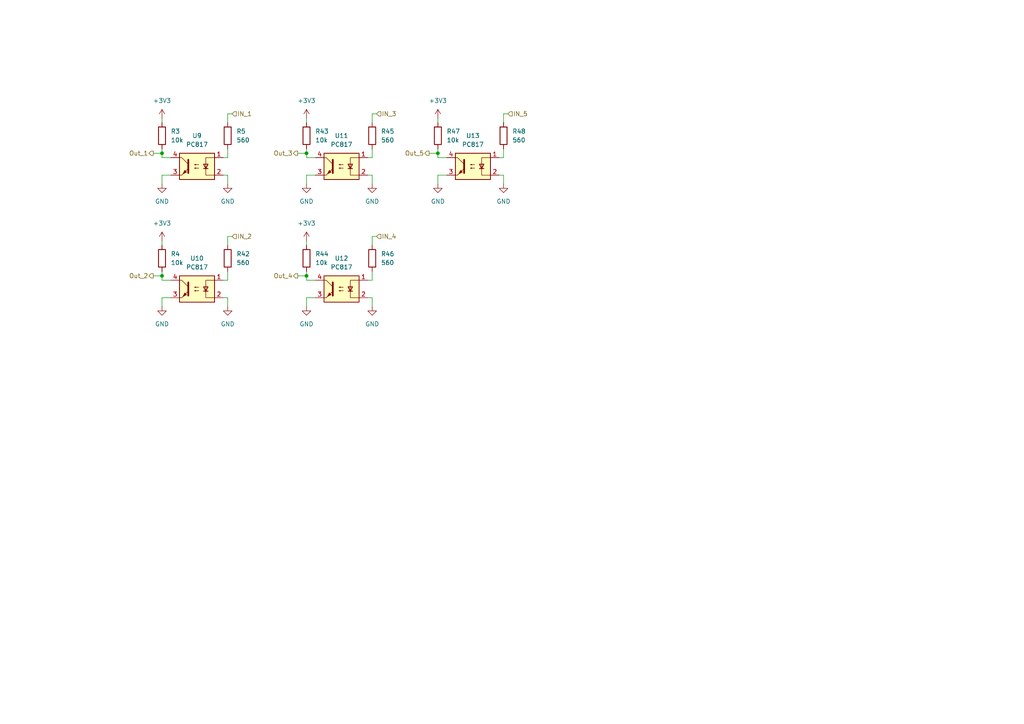
<source format=kicad_sch>
(kicad_sch (version 20211123) (generator eeschema)

  (uuid 9ea007c2-c437-435e-9885-2faf9bbb41db)

  (paper "A4")

  (lib_symbols
    (symbol "Device:R" (pin_numbers hide) (pin_names (offset 0)) (in_bom yes) (on_board yes)
      (property "Reference" "R" (id 0) (at 2.032 0 90)
        (effects (font (size 1.27 1.27)))
      )
      (property "Value" "R" (id 1) (at 0 0 90)
        (effects (font (size 1.27 1.27)))
      )
      (property "Footprint" "" (id 2) (at -1.778 0 90)
        (effects (font (size 1.27 1.27)) hide)
      )
      (property "Datasheet" "~" (id 3) (at 0 0 0)
        (effects (font (size 1.27 1.27)) hide)
      )
      (property "ki_keywords" "R res resistor" (id 4) (at 0 0 0)
        (effects (font (size 1.27 1.27)) hide)
      )
      (property "ki_description" "Resistor" (id 5) (at 0 0 0)
        (effects (font (size 1.27 1.27)) hide)
      )
      (property "ki_fp_filters" "R_*" (id 6) (at 0 0 0)
        (effects (font (size 1.27 1.27)) hide)
      )
      (symbol "R_0_1"
        (rectangle (start -1.016 -2.54) (end 1.016 2.54)
          (stroke (width 0.254) (type default) (color 0 0 0 0))
          (fill (type none))
        )
      )
      (symbol "R_1_1"
        (pin passive line (at 0 3.81 270) (length 1.27)
          (name "~" (effects (font (size 1.27 1.27))))
          (number "1" (effects (font (size 1.27 1.27))))
        )
        (pin passive line (at 0 -3.81 90) (length 1.27)
          (name "~" (effects (font (size 1.27 1.27))))
          (number "2" (effects (font (size 1.27 1.27))))
        )
      )
    )
    (symbol "Isolator:PC817" (pin_names (offset 1.016)) (in_bom yes) (on_board yes)
      (property "Reference" "U" (id 0) (at -5.08 5.08 0)
        (effects (font (size 1.27 1.27)) (justify left))
      )
      (property "Value" "PC817" (id 1) (at 0 5.08 0)
        (effects (font (size 1.27 1.27)) (justify left))
      )
      (property "Footprint" "Package_DIP:DIP-4_W7.62mm" (id 2) (at -5.08 -5.08 0)
        (effects (font (size 1.27 1.27) italic) (justify left) hide)
      )
      (property "Datasheet" "http://www.soselectronic.cz/a_info/resource/d/pc817.pdf" (id 3) (at 0 0 0)
        (effects (font (size 1.27 1.27)) (justify left) hide)
      )
      (property "ki_keywords" "NPN DC Optocoupler" (id 4) (at 0 0 0)
        (effects (font (size 1.27 1.27)) hide)
      )
      (property "ki_description" "DC Optocoupler, Vce 35V, CTR 50-300%, DIP-4" (id 5) (at 0 0 0)
        (effects (font (size 1.27 1.27)) hide)
      )
      (property "ki_fp_filters" "DIP*W7.62mm*" (id 6) (at 0 0 0)
        (effects (font (size 1.27 1.27)) hide)
      )
      (symbol "PC817_0_1"
        (rectangle (start -5.08 3.81) (end 5.08 -3.81)
          (stroke (width 0.254) (type default) (color 0 0 0 0))
          (fill (type background))
        )
        (polyline
          (pts
            (xy -3.175 -0.635)
            (xy -1.905 -0.635)
          )
          (stroke (width 0.254) (type default) (color 0 0 0 0))
          (fill (type none))
        )
        (polyline
          (pts
            (xy 2.54 0.635)
            (xy 4.445 2.54)
          )
          (stroke (width 0) (type default) (color 0 0 0 0))
          (fill (type none))
        )
        (polyline
          (pts
            (xy 4.445 -2.54)
            (xy 2.54 -0.635)
          )
          (stroke (width 0) (type default) (color 0 0 0 0))
          (fill (type outline))
        )
        (polyline
          (pts
            (xy 4.445 -2.54)
            (xy 5.08 -2.54)
          )
          (stroke (width 0) (type default) (color 0 0 0 0))
          (fill (type none))
        )
        (polyline
          (pts
            (xy 4.445 2.54)
            (xy 5.08 2.54)
          )
          (stroke (width 0) (type default) (color 0 0 0 0))
          (fill (type none))
        )
        (polyline
          (pts
            (xy -5.08 2.54)
            (xy -2.54 2.54)
            (xy -2.54 -0.635)
          )
          (stroke (width 0) (type default) (color 0 0 0 0))
          (fill (type none))
        )
        (polyline
          (pts
            (xy -2.54 -0.635)
            (xy -2.54 -2.54)
            (xy -5.08 -2.54)
          )
          (stroke (width 0) (type default) (color 0 0 0 0))
          (fill (type none))
        )
        (polyline
          (pts
            (xy 2.54 1.905)
            (xy 2.54 -1.905)
            (xy 2.54 -1.905)
          )
          (stroke (width 0.508) (type default) (color 0 0 0 0))
          (fill (type none))
        )
        (polyline
          (pts
            (xy -2.54 -0.635)
            (xy -3.175 0.635)
            (xy -1.905 0.635)
            (xy -2.54 -0.635)
          )
          (stroke (width 0.254) (type default) (color 0 0 0 0))
          (fill (type none))
        )
        (polyline
          (pts
            (xy -0.508 -0.508)
            (xy 0.762 -0.508)
            (xy 0.381 -0.635)
            (xy 0.381 -0.381)
            (xy 0.762 -0.508)
          )
          (stroke (width 0) (type default) (color 0 0 0 0))
          (fill (type none))
        )
        (polyline
          (pts
            (xy -0.508 0.508)
            (xy 0.762 0.508)
            (xy 0.381 0.381)
            (xy 0.381 0.635)
            (xy 0.762 0.508)
          )
          (stroke (width 0) (type default) (color 0 0 0 0))
          (fill (type none))
        )
        (polyline
          (pts
            (xy 3.048 -1.651)
            (xy 3.556 -1.143)
            (xy 4.064 -2.159)
            (xy 3.048 -1.651)
            (xy 3.048 -1.651)
          )
          (stroke (width 0) (type default) (color 0 0 0 0))
          (fill (type outline))
        )
      )
      (symbol "PC817_1_1"
        (pin passive line (at -7.62 2.54 0) (length 2.54)
          (name "~" (effects (font (size 1.27 1.27))))
          (number "1" (effects (font (size 1.27 1.27))))
        )
        (pin passive line (at -7.62 -2.54 0) (length 2.54)
          (name "~" (effects (font (size 1.27 1.27))))
          (number "2" (effects (font (size 1.27 1.27))))
        )
        (pin passive line (at 7.62 -2.54 180) (length 2.54)
          (name "~" (effects (font (size 1.27 1.27))))
          (number "3" (effects (font (size 1.27 1.27))))
        )
        (pin passive line (at 7.62 2.54 180) (length 2.54)
          (name "~" (effects (font (size 1.27 1.27))))
          (number "4" (effects (font (size 1.27 1.27))))
        )
      )
    )
    (symbol "power:+3.3V" (power) (pin_names (offset 0)) (in_bom yes) (on_board yes)
      (property "Reference" "#PWR" (id 0) (at 0 -3.81 0)
        (effects (font (size 1.27 1.27)) hide)
      )
      (property "Value" "+3.3V" (id 1) (at 0 3.556 0)
        (effects (font (size 1.27 1.27)))
      )
      (property "Footprint" "" (id 2) (at 0 0 0)
        (effects (font (size 1.27 1.27)) hide)
      )
      (property "Datasheet" "" (id 3) (at 0 0 0)
        (effects (font (size 1.27 1.27)) hide)
      )
      (property "ki_keywords" "power-flag" (id 4) (at 0 0 0)
        (effects (font (size 1.27 1.27)) hide)
      )
      (property "ki_description" "Power symbol creates a global label with name \"+3.3V\"" (id 5) (at 0 0 0)
        (effects (font (size 1.27 1.27)) hide)
      )
      (symbol "+3.3V_0_1"
        (polyline
          (pts
            (xy -0.762 1.27)
            (xy 0 2.54)
          )
          (stroke (width 0) (type default) (color 0 0 0 0))
          (fill (type none))
        )
        (polyline
          (pts
            (xy 0 0)
            (xy 0 2.54)
          )
          (stroke (width 0) (type default) (color 0 0 0 0))
          (fill (type none))
        )
        (polyline
          (pts
            (xy 0 2.54)
            (xy 0.762 1.27)
          )
          (stroke (width 0) (type default) (color 0 0 0 0))
          (fill (type none))
        )
      )
      (symbol "+3.3V_1_1"
        (pin power_in line (at 0 0 90) (length 0) hide
          (name "+3V3" (effects (font (size 1.27 1.27))))
          (number "1" (effects (font (size 1.27 1.27))))
        )
      )
    )
    (symbol "power:GND" (power) (pin_names (offset 0)) (in_bom yes) (on_board yes)
      (property "Reference" "#PWR" (id 0) (at 0 -6.35 0)
        (effects (font (size 1.27 1.27)) hide)
      )
      (property "Value" "GND" (id 1) (at 0 -3.81 0)
        (effects (font (size 1.27 1.27)))
      )
      (property "Footprint" "" (id 2) (at 0 0 0)
        (effects (font (size 1.27 1.27)) hide)
      )
      (property "Datasheet" "" (id 3) (at 0 0 0)
        (effects (font (size 1.27 1.27)) hide)
      )
      (property "ki_keywords" "power-flag" (id 4) (at 0 0 0)
        (effects (font (size 1.27 1.27)) hide)
      )
      (property "ki_description" "Power symbol creates a global label with name \"GND\" , ground" (id 5) (at 0 0 0)
        (effects (font (size 1.27 1.27)) hide)
      )
      (symbol "GND_0_1"
        (polyline
          (pts
            (xy 0 0)
            (xy 0 -1.27)
            (xy 1.27 -1.27)
            (xy 0 -2.54)
            (xy -1.27 -1.27)
            (xy 0 -1.27)
          )
          (stroke (width 0) (type default) (color 0 0 0 0))
          (fill (type none))
        )
      )
      (symbol "GND_1_1"
        (pin power_in line (at 0 0 270) (length 0) hide
          (name "GND" (effects (font (size 1.27 1.27))))
          (number "1" (effects (font (size 1.27 1.27))))
        )
      )
    )
  )

  (junction (at 88.9 44.45) (diameter 0) (color 0 0 0 0)
    (uuid 67b49fa9-e64e-4a12-ae92-6f4d9f702852)
  )
  (junction (at 127 44.45) (diameter 0) (color 0 0 0 0)
    (uuid 96b67790-43d6-456c-b468-a6fddf1ff8f6)
  )
  (junction (at 46.99 80.01) (diameter 0) (color 0 0 0 0)
    (uuid b174b3cc-9df9-480a-a9da-4ca404ba085e)
  )
  (junction (at 46.99 44.45) (diameter 0) (color 0 0 0 0)
    (uuid e419cb92-a18d-46d3-a04f-17a95e90ff15)
  )
  (junction (at 88.9 80.01) (diameter 0) (color 0 0 0 0)
    (uuid eb02b71c-4dcc-431d-a8ce-b7eea719d9ba)
  )

  (wire (pts (xy 88.9 69.85) (xy 88.9 71.12))
    (stroke (width 0) (type default) (color 0 0 0 0))
    (uuid 02b96fdf-d3c4-42fe-922e-bac437c586b4)
  )
  (wire (pts (xy 144.78 50.8) (xy 146.05 50.8))
    (stroke (width 0) (type default) (color 0 0 0 0))
    (uuid 03c647bc-3342-45fe-ab0b-f1cf6e03c9e2)
  )
  (wire (pts (xy 88.9 50.8) (xy 91.44 50.8))
    (stroke (width 0) (type default) (color 0 0 0 0))
    (uuid 0cc2b72a-e41d-4384-862e-81860325d9d0)
  )
  (wire (pts (xy 107.95 50.8) (xy 107.95 53.34))
    (stroke (width 0) (type default) (color 0 0 0 0))
    (uuid 0ef12897-8e28-4fa2-834c-a14d8b5857c7)
  )
  (wire (pts (xy 88.9 86.36) (xy 91.44 86.36))
    (stroke (width 0) (type default) (color 0 0 0 0))
    (uuid 173f05dc-284f-4138-8c37-fdd4790a6236)
  )
  (wire (pts (xy 64.77 81.28) (xy 66.04 81.28))
    (stroke (width 0) (type default) (color 0 0 0 0))
    (uuid 17ea4827-2cae-499a-ba93-9367865b7682)
  )
  (wire (pts (xy 88.9 80.01) (xy 88.9 81.28))
    (stroke (width 0) (type default) (color 0 0 0 0))
    (uuid 25479de0-2ecf-4134-808f-924d9cd2fb68)
  )
  (wire (pts (xy 66.04 50.8) (xy 66.04 53.34))
    (stroke (width 0) (type default) (color 0 0 0 0))
    (uuid 2922acf4-6f39-415b-b7dd-67af909c6316)
  )
  (wire (pts (xy 146.05 45.72) (xy 146.05 43.18))
    (stroke (width 0) (type default) (color 0 0 0 0))
    (uuid 2a6afb21-5f73-431b-a7fc-3b0517db1364)
  )
  (wire (pts (xy 106.68 45.72) (xy 107.95 45.72))
    (stroke (width 0) (type default) (color 0 0 0 0))
    (uuid 2dee4637-5aa4-4fbc-8a36-5cc978d5f93e)
  )
  (wire (pts (xy 127 50.8) (xy 127 53.34))
    (stroke (width 0) (type default) (color 0 0 0 0))
    (uuid 30f688d2-a54d-492a-9cdd-cdf204ab6e92)
  )
  (wire (pts (xy 46.99 50.8) (xy 49.53 50.8))
    (stroke (width 0) (type default) (color 0 0 0 0))
    (uuid 356c2f0a-a68a-4a6e-ae95-0607eb4cb2d7)
  )
  (wire (pts (xy 88.9 45.72) (xy 91.44 45.72))
    (stroke (width 0) (type default) (color 0 0 0 0))
    (uuid 3c98ef70-0cde-4d70-8aef-07d7636fbe93)
  )
  (wire (pts (xy 107.95 86.36) (xy 107.95 88.9))
    (stroke (width 0) (type default) (color 0 0 0 0))
    (uuid 3e65523d-6629-4988-916c-686223b3bc20)
  )
  (wire (pts (xy 146.05 50.8) (xy 146.05 53.34))
    (stroke (width 0) (type default) (color 0 0 0 0))
    (uuid 3f0c83bb-6fd0-49d4-83b9-811a3b6520ce)
  )
  (wire (pts (xy 124.46 44.45) (xy 127 44.45))
    (stroke (width 0) (type default) (color 0 0 0 0))
    (uuid 42526ca7-68a3-415b-b289-33ca605f27c6)
  )
  (wire (pts (xy 107.95 35.56) (xy 107.95 33.02))
    (stroke (width 0) (type default) (color 0 0 0 0))
    (uuid 43a9cb86-5fb3-4f75-8aa2-a652578bc66a)
  )
  (wire (pts (xy 46.99 69.85) (xy 46.99 71.12))
    (stroke (width 0) (type default) (color 0 0 0 0))
    (uuid 43d04e20-3313-4a6f-8a7f-4b736bd6f6b6)
  )
  (wire (pts (xy 64.77 50.8) (xy 66.04 50.8))
    (stroke (width 0) (type default) (color 0 0 0 0))
    (uuid 46f7e5f6-4150-443a-ae59-6f45b6c95704)
  )
  (wire (pts (xy 86.36 44.45) (xy 88.9 44.45))
    (stroke (width 0) (type default) (color 0 0 0 0))
    (uuid 47481696-3399-4cd7-8fb8-513aea6b0067)
  )
  (wire (pts (xy 106.68 86.36) (xy 107.95 86.36))
    (stroke (width 0) (type default) (color 0 0 0 0))
    (uuid 49406f01-c2bc-4f2b-b680-378041fce741)
  )
  (wire (pts (xy 46.99 86.36) (xy 49.53 86.36))
    (stroke (width 0) (type default) (color 0 0 0 0))
    (uuid 499f5a8b-e6a5-4144-a59f-94a8b6b7f1f4)
  )
  (wire (pts (xy 127 44.45) (xy 127 45.72))
    (stroke (width 0) (type default) (color 0 0 0 0))
    (uuid 4e278a6d-0145-44ce-b3c6-bf7f67cf1926)
  )
  (wire (pts (xy 88.9 44.45) (xy 88.9 43.18))
    (stroke (width 0) (type default) (color 0 0 0 0))
    (uuid 4ff28c12-9249-43e1-9227-c31404bdb2d3)
  )
  (wire (pts (xy 66.04 71.12) (xy 66.04 68.58))
    (stroke (width 0) (type default) (color 0 0 0 0))
    (uuid 526eb369-6523-48f2-a1bb-663bcee610de)
  )
  (wire (pts (xy 106.68 81.28) (xy 107.95 81.28))
    (stroke (width 0) (type default) (color 0 0 0 0))
    (uuid 52e55e63-f965-4d56-885b-2377f473bbc0)
  )
  (wire (pts (xy 66.04 35.56) (xy 66.04 33.02))
    (stroke (width 0) (type default) (color 0 0 0 0))
    (uuid 56bc6e46-2f1b-4027-9078-26a6d0ad2508)
  )
  (wire (pts (xy 107.95 68.58) (xy 107.95 71.12))
    (stroke (width 0) (type default) (color 0 0 0 0))
    (uuid 64f34541-03be-4617-bc19-673f5f588bd2)
  )
  (wire (pts (xy 106.68 50.8) (xy 107.95 50.8))
    (stroke (width 0) (type default) (color 0 0 0 0))
    (uuid 676102e0-1f2e-4c1d-97fe-a53828124ac3)
  )
  (wire (pts (xy 46.99 44.45) (xy 46.99 43.18))
    (stroke (width 0) (type default) (color 0 0 0 0))
    (uuid 68e16bbc-de05-4f7a-b392-1cdca42013a2)
  )
  (wire (pts (xy 107.95 45.72) (xy 107.95 43.18))
    (stroke (width 0) (type default) (color 0 0 0 0))
    (uuid 6f5cb39c-ca98-45f1-a174-220fd4b247db)
  )
  (wire (pts (xy 44.45 44.45) (xy 46.99 44.45))
    (stroke (width 0) (type default) (color 0 0 0 0))
    (uuid 729c569e-1a66-498b-a72d-336c2ebe2110)
  )
  (wire (pts (xy 107.95 78.74) (xy 107.95 81.28))
    (stroke (width 0) (type default) (color 0 0 0 0))
    (uuid 75296cae-0ba1-4dc2-8ecf-9d0c81f9f9e5)
  )
  (wire (pts (xy 88.9 81.28) (xy 91.44 81.28))
    (stroke (width 0) (type default) (color 0 0 0 0))
    (uuid 754f72a0-0d06-4975-bbd7-b6692ac76439)
  )
  (wire (pts (xy 127 50.8) (xy 129.54 50.8))
    (stroke (width 0) (type default) (color 0 0 0 0))
    (uuid 7bcef079-2900-4e0d-8997-6ad67fec9ce4)
  )
  (wire (pts (xy 64.77 86.36) (xy 66.04 86.36))
    (stroke (width 0) (type default) (color 0 0 0 0))
    (uuid 7edfafb7-d6b5-42ff-8592-c96a77da8ba5)
  )
  (wire (pts (xy 107.95 33.02) (xy 109.22 33.02))
    (stroke (width 0) (type default) (color 0 0 0 0))
    (uuid 84d677f8-1d8c-46cf-aaef-e729180358f1)
  )
  (wire (pts (xy 66.04 81.28) (xy 66.04 78.74))
    (stroke (width 0) (type default) (color 0 0 0 0))
    (uuid 9169a686-cb5d-4242-95b6-d25f2528f585)
  )
  (wire (pts (xy 44.45 80.01) (xy 46.99 80.01))
    (stroke (width 0) (type default) (color 0 0 0 0))
    (uuid 95ab5557-e246-434e-9ee6-09e7f9a917fa)
  )
  (wire (pts (xy 88.9 50.8) (xy 88.9 53.34))
    (stroke (width 0) (type default) (color 0 0 0 0))
    (uuid 96413c88-76fa-4a65-adf9-5b96538fa1a4)
  )
  (wire (pts (xy 46.99 80.01) (xy 46.99 81.28))
    (stroke (width 0) (type default) (color 0 0 0 0))
    (uuid 9858b77f-f210-4648-bc88-5aed3a83ad52)
  )
  (wire (pts (xy 46.99 50.8) (xy 46.99 53.34))
    (stroke (width 0) (type default) (color 0 0 0 0))
    (uuid 98dbc32e-7d82-423f-8751-33b8f6806acd)
  )
  (wire (pts (xy 46.99 44.45) (xy 46.99 45.72))
    (stroke (width 0) (type default) (color 0 0 0 0))
    (uuid 99a034c1-3e9c-4fa6-a7fb-15f68a39a9b8)
  )
  (wire (pts (xy 46.99 45.72) (xy 49.53 45.72))
    (stroke (width 0) (type default) (color 0 0 0 0))
    (uuid 9c4aa057-3c85-4e43-8870-34eff80e8ecf)
  )
  (wire (pts (xy 46.99 34.29) (xy 46.99 35.56))
    (stroke (width 0) (type default) (color 0 0 0 0))
    (uuid 9c877457-5bba-4f8b-8b3b-72cc2c14740b)
  )
  (wire (pts (xy 146.05 35.56) (xy 146.05 33.02))
    (stroke (width 0) (type default) (color 0 0 0 0))
    (uuid 9f13d316-79e6-4e3d-b789-6b1449cd89f5)
  )
  (wire (pts (xy 88.9 44.45) (xy 88.9 45.72))
    (stroke (width 0) (type default) (color 0 0 0 0))
    (uuid a55f31ac-4c6b-4291-8cbd-16534bb8e6d7)
  )
  (wire (pts (xy 64.77 45.72) (xy 66.04 45.72))
    (stroke (width 0) (type default) (color 0 0 0 0))
    (uuid aaa5d420-3d1c-4ff4-9d8e-deb95466aaf2)
  )
  (wire (pts (xy 86.36 80.01) (xy 88.9 80.01))
    (stroke (width 0) (type default) (color 0 0 0 0))
    (uuid ab7e84e2-d1d6-4dc8-9361-429209918b44)
  )
  (wire (pts (xy 46.99 86.36) (xy 46.99 88.9))
    (stroke (width 0) (type default) (color 0 0 0 0))
    (uuid ad63e429-776e-4c1a-853e-a5d6cbd142b7)
  )
  (wire (pts (xy 46.99 80.01) (xy 46.99 78.74))
    (stroke (width 0) (type default) (color 0 0 0 0))
    (uuid af93f036-15bd-4018-a0f2-845d9d451c33)
  )
  (wire (pts (xy 127 44.45) (xy 127 43.18))
    (stroke (width 0) (type default) (color 0 0 0 0))
    (uuid b3ccdf94-4abc-49ad-8770-d2ea24a9576c)
  )
  (wire (pts (xy 107.95 68.58) (xy 109.22 68.58))
    (stroke (width 0) (type default) (color 0 0 0 0))
    (uuid b62ef4cc-e5fd-4522-a0cc-bc3847fd81be)
  )
  (wire (pts (xy 127 45.72) (xy 129.54 45.72))
    (stroke (width 0) (type default) (color 0 0 0 0))
    (uuid ccc9ef53-57f9-463d-9d0a-b605fcd35925)
  )
  (wire (pts (xy 146.05 33.02) (xy 147.32 33.02))
    (stroke (width 0) (type default) (color 0 0 0 0))
    (uuid d0f60a10-41bd-4813-847f-decc73a5b06b)
  )
  (wire (pts (xy 66.04 86.36) (xy 66.04 88.9))
    (stroke (width 0) (type default) (color 0 0 0 0))
    (uuid d2769aa2-18d8-44d8-8531-be692b51af08)
  )
  (wire (pts (xy 88.9 80.01) (xy 88.9 78.74))
    (stroke (width 0) (type default) (color 0 0 0 0))
    (uuid d83271ae-cbbe-4e47-9fd4-0a82c351e7f2)
  )
  (wire (pts (xy 144.78 45.72) (xy 146.05 45.72))
    (stroke (width 0) (type default) (color 0 0 0 0))
    (uuid db6a075a-14f1-4af5-a252-2a6aaffed8f1)
  )
  (wire (pts (xy 66.04 33.02) (xy 67.31 33.02))
    (stroke (width 0) (type default) (color 0 0 0 0))
    (uuid dfe88ba9-dc4c-4896-b10f-eb121e67f8dd)
  )
  (wire (pts (xy 46.99 81.28) (xy 49.53 81.28))
    (stroke (width 0) (type default) (color 0 0 0 0))
    (uuid e4a9f1cd-6fa9-44c1-a635-5a23aaf2acbc)
  )
  (wire (pts (xy 127 34.29) (xy 127 35.56))
    (stroke (width 0) (type default) (color 0 0 0 0))
    (uuid e4e59ab5-5b23-434e-887f-d72453bb2f9d)
  )
  (wire (pts (xy 88.9 86.36) (xy 88.9 88.9))
    (stroke (width 0) (type default) (color 0 0 0 0))
    (uuid e7b269cd-372f-49d1-99ce-b6129b494717)
  )
  (wire (pts (xy 66.04 68.58) (xy 67.31 68.58))
    (stroke (width 0) (type default) (color 0 0 0 0))
    (uuid f5556eaa-2e29-440e-b817-05bd7ef152c0)
  )
  (wire (pts (xy 88.9 34.29) (xy 88.9 35.56))
    (stroke (width 0) (type default) (color 0 0 0 0))
    (uuid f829f70a-615a-4d6f-bef5-a92ce470506a)
  )
  (wire (pts (xy 66.04 45.72) (xy 66.04 43.18))
    (stroke (width 0) (type default) (color 0 0 0 0))
    (uuid fa28c775-c29c-489e-ac50-4878af0ade9b)
  )

  (hierarchical_label "IN_5" (shape input) (at 147.32 33.02 0)
    (effects (font (size 1.27 1.27)) (justify left))
    (uuid 150d3ca7-6f03-4bb8-b8ab-d1eea1c8d711)
  )
  (hierarchical_label "Out_1" (shape output) (at 44.45 44.45 180)
    (effects (font (size 1.27 1.27)) (justify right))
    (uuid 2f9ae413-db44-4c50-b566-f149818b2ef2)
  )
  (hierarchical_label "IN_2" (shape input) (at 67.31 68.58 0)
    (effects (font (size 1.27 1.27)) (justify left))
    (uuid 48b58172-af92-4038-a1ac-3b280603bbb1)
  )
  (hierarchical_label "Out_3" (shape output) (at 86.36 44.45 180)
    (effects (font (size 1.27 1.27)) (justify right))
    (uuid 5febafb2-b636-49b3-aa68-b5e19f237b4d)
  )
  (hierarchical_label "Out_4" (shape output) (at 86.36 80.01 180)
    (effects (font (size 1.27 1.27)) (justify right))
    (uuid 75f7462e-445d-4f55-abad-cba1e9c96e04)
  )
  (hierarchical_label "IN_1" (shape input) (at 67.31 33.02 0)
    (effects (font (size 1.27 1.27)) (justify left))
    (uuid 76634d25-a402-43c2-bce3-9c1f27f2035f)
  )
  (hierarchical_label "Out_5" (shape output) (at 124.46 44.45 180)
    (effects (font (size 1.27 1.27)) (justify right))
    (uuid 7e811e92-ee32-4e5a-b232-2e7899aead79)
  )
  (hierarchical_label "IN_4" (shape input) (at 109.22 68.58 0)
    (effects (font (size 1.27 1.27)) (justify left))
    (uuid c883c2b2-9912-41c8-8ffa-7467705498e2)
  )
  (hierarchical_label "Out_2" (shape output) (at 44.45 80.01 180)
    (effects (font (size 1.27 1.27)) (justify right))
    (uuid d44e595f-1340-43a3-bb61-3501c94cddb3)
  )
  (hierarchical_label "IN_3" (shape input) (at 109.22 33.02 0)
    (effects (font (size 1.27 1.27)) (justify left))
    (uuid f67e0aa7-3fa3-4a0b-9d1a-0d3b25ec450d)
  )

  (symbol (lib_id "power:GND") (at 46.99 53.34 0) (unit 1)
    (in_bom yes) (on_board yes) (fields_autoplaced)
    (uuid 026e390e-5da9-4236-a438-5f73767450cc)
    (property "Reference" "#PWR033" (id 0) (at 46.99 59.69 0)
      (effects (font (size 1.27 1.27)) hide)
    )
    (property "Value" "GND" (id 1) (at 46.99 58.42 0))
    (property "Footprint" "" (id 2) (at 46.99 53.34 0)
      (effects (font (size 1.27 1.27)) hide)
    )
    (property "Datasheet" "" (id 3) (at 46.99 53.34 0)
      (effects (font (size 1.27 1.27)) hide)
    )
    (pin "1" (uuid b21e99ec-356c-4bcd-a852-dbaf549192cf))
  )

  (symbol (lib_id "Device:R") (at 127 39.37 0) (unit 1)
    (in_bom yes) (on_board yes) (fields_autoplaced)
    (uuid 0ad5e7d2-d6e0-46b8-9fda-ea103421cb23)
    (property "Reference" "R47" (id 0) (at 129.54 38.0999 0)
      (effects (font (size 1.27 1.27)) (justify left))
    )
    (property "Value" "10k" (id 1) (at 129.54 40.6399 0)
      (effects (font (size 1.27 1.27)) (justify left))
    )
    (property "Footprint" "Resistor_SMD:R_0603_1608Metric" (id 2) (at 125.222 39.37 90)
      (effects (font (size 1.27 1.27)) hide)
    )
    (property "Datasheet" "~" (id 3) (at 127 39.37 0)
      (effects (font (size 1.27 1.27)) hide)
    )
    (pin "1" (uuid 110e1da5-3307-4565-b346-5ba6622bd4c8))
    (pin "2" (uuid 1bc517bf-c25b-4e2b-bfd9-2bc4a3fd1b64))
  )

  (symbol (lib_id "Isolator:PC817") (at 137.16 48.26 0) (mirror y) (unit 1)
    (in_bom yes) (on_board yes) (fields_autoplaced)
    (uuid 0f443c88-cd0e-47f5-a1d8-303873910a95)
    (property "Reference" "U13" (id 0) (at 137.16 39.37 0))
    (property "Value" "PC817" (id 1) (at 137.16 41.91 0))
    (property "Footprint" "Package_DIP:DIP-4_W7.62mm_SMDSocket_SmallPads" (id 2) (at 142.24 53.34 0)
      (effects (font (size 1.27 1.27) italic) (justify left) hide)
    )
    (property "Datasheet" "http://www.soselectronic.cz/a_info/resource/d/pc817.pdf" (id 3) (at 137.16 48.26 0)
      (effects (font (size 1.27 1.27)) (justify left) hide)
    )
    (pin "1" (uuid 0ca15143-ef3d-438d-9874-576b9a4b5d72))
    (pin "2" (uuid b8335d00-4c3b-46e3-9ee5-5de851221ca2))
    (pin "3" (uuid a4299d33-e421-44c8-8e2a-8d3adaa5b79d))
    (pin "4" (uuid e4a1f7e3-a3e9-4523-aba6-ff6cd82292e5))
  )

  (symbol (lib_id "Isolator:PC817") (at 99.06 83.82 0) (mirror y) (unit 1)
    (in_bom yes) (on_board yes) (fields_autoplaced)
    (uuid 15247b96-64b5-4541-b379-b1e6e722c99a)
    (property "Reference" "U12" (id 0) (at 99.06 74.93 0))
    (property "Value" "PC817" (id 1) (at 99.06 77.47 0))
    (property "Footprint" "Package_DIP:DIP-4_W7.62mm_SMDSocket_SmallPads" (id 2) (at 104.14 88.9 0)
      (effects (font (size 1.27 1.27) italic) (justify left) hide)
    )
    (property "Datasheet" "http://www.soselectronic.cz/a_info/resource/d/pc817.pdf" (id 3) (at 99.06 83.82 0)
      (effects (font (size 1.27 1.27)) (justify left) hide)
    )
    (pin "1" (uuid 7e6e67d3-0f76-4db1-a7bc-d2caca8eed13))
    (pin "2" (uuid e4b3a62b-5961-4054-8a7c-5df57f390a02))
    (pin "3" (uuid 843ae2e1-5cf1-4bb0-8c6f-2e26cdb563d0))
    (pin "4" (uuid a1303b40-6238-4b7c-b620-9433fd9a91af))
  )

  (symbol (lib_id "power:+3.3V") (at 88.9 69.85 0) (unit 1)
    (in_bom yes) (on_board yes) (fields_autoplaced)
    (uuid 285b0e6f-f251-42ad-aa68-2aa8fcc6d479)
    (property "Reference" "#PWR055" (id 0) (at 88.9 73.66 0)
      (effects (font (size 1.27 1.27)) hide)
    )
    (property "Value" "+3.3V" (id 1) (at 88.9 64.77 0))
    (property "Footprint" "" (id 2) (at 88.9 69.85 0)
      (effects (font (size 1.27 1.27)) hide)
    )
    (property "Datasheet" "" (id 3) (at 88.9 69.85 0)
      (effects (font (size 1.27 1.27)) hide)
    )
    (pin "1" (uuid ac4de0cd-f70d-4042-bb24-1f5ceceebafa))
  )

  (symbol (lib_id "Device:R") (at 88.9 39.37 0) (unit 1)
    (in_bom yes) (on_board yes) (fields_autoplaced)
    (uuid 28c4066b-1154-4809-9188-114d93501497)
    (property "Reference" "R43" (id 0) (at 91.44 38.0999 0)
      (effects (font (size 1.27 1.27)) (justify left))
    )
    (property "Value" "10k" (id 1) (at 91.44 40.6399 0)
      (effects (font (size 1.27 1.27)) (justify left))
    )
    (property "Footprint" "Resistor_SMD:R_0603_1608Metric" (id 2) (at 87.122 39.37 90)
      (effects (font (size 1.27 1.27)) hide)
    )
    (property "Datasheet" "~" (id 3) (at 88.9 39.37 0)
      (effects (font (size 1.27 1.27)) hide)
    )
    (pin "1" (uuid 1669cc2c-4200-4b9a-908c-261b6eb83f40))
    (pin "2" (uuid dfd2d67c-7374-44c4-aaa0-f8bd2bda63f9))
  )

  (symbol (lib_id "Device:R") (at 146.05 39.37 0) (unit 1)
    (in_bom yes) (on_board yes) (fields_autoplaced)
    (uuid 306ceb3b-6667-42d3-a615-ad460032c55d)
    (property "Reference" "R48" (id 0) (at 148.59 38.0999 0)
      (effects (font (size 1.27 1.27)) (justify left))
    )
    (property "Value" "560" (id 1) (at 148.59 40.6399 0)
      (effects (font (size 1.27 1.27)) (justify left))
    )
    (property "Footprint" "Resistor_SMD:R_0603_1608Metric" (id 2) (at 144.272 39.37 90)
      (effects (font (size 1.27 1.27)) hide)
    )
    (property "Datasheet" "~" (id 3) (at 146.05 39.37 0)
      (effects (font (size 1.27 1.27)) hide)
    )
    (pin "1" (uuid fcf0e125-8a29-4dcc-92bd-75e748463857))
    (pin "2" (uuid 40346d8d-fd0d-4b21-a1d1-7bea05c27e8d))
  )

  (symbol (lib_id "Isolator:PC817") (at 57.15 48.26 0) (mirror y) (unit 1)
    (in_bom yes) (on_board yes) (fields_autoplaced)
    (uuid 3cc009e7-21dc-4091-ad8f-d2a30870e416)
    (property "Reference" "U9" (id 0) (at 57.15 39.37 0))
    (property "Value" "PC817" (id 1) (at 57.15 41.91 0))
    (property "Footprint" "Package_DIP:DIP-4_W7.62mm_SMDSocket_SmallPads" (id 2) (at 62.23 53.34 0)
      (effects (font (size 1.27 1.27) italic) (justify left) hide)
    )
    (property "Datasheet" "http://www.soselectronic.cz/a_info/resource/d/pc817.pdf" (id 3) (at 57.15 48.26 0)
      (effects (font (size 1.27 1.27)) (justify left) hide)
    )
    (pin "1" (uuid a2f7c9ec-0f04-4329-acba-ac29e22ac81e))
    (pin "2" (uuid 3435be88-7b3d-4950-8b95-f80232ca7c56))
    (pin "3" (uuid ffc36ba6-71de-448d-86c0-94e8c437e6df))
    (pin "4" (uuid f1260251-b3d3-4881-98fc-485b47e3fa19))
  )

  (symbol (lib_id "power:GND") (at 66.04 53.34 0) (unit 1)
    (in_bom yes) (on_board yes) (fields_autoplaced)
    (uuid 3dc89d74-f078-4a5c-81f9-345cf8f9c34d)
    (property "Reference" "#PWR036" (id 0) (at 66.04 59.69 0)
      (effects (font (size 1.27 1.27)) hide)
    )
    (property "Value" "GND" (id 1) (at 66.04 58.42 0))
    (property "Footprint" "" (id 2) (at 66.04 53.34 0)
      (effects (font (size 1.27 1.27)) hide)
    )
    (property "Datasheet" "" (id 3) (at 66.04 53.34 0)
      (effects (font (size 1.27 1.27)) hide)
    )
    (pin "1" (uuid 7e7196f1-4ac7-432a-97b6-1b91a460010c))
  )

  (symbol (lib_id "power:GND") (at 66.04 88.9 0) (unit 1)
    (in_bom yes) (on_board yes) (fields_autoplaced)
    (uuid 3fdb1cbb-5438-4c62-a2ae-b0d4e285b7fc)
    (property "Reference" "#PWR039" (id 0) (at 66.04 95.25 0)
      (effects (font (size 1.27 1.27)) hide)
    )
    (property "Value" "GND" (id 1) (at 66.04 93.98 0))
    (property "Footprint" "" (id 2) (at 66.04 88.9 0)
      (effects (font (size 1.27 1.27)) hide)
    )
    (property "Datasheet" "" (id 3) (at 66.04 88.9 0)
      (effects (font (size 1.27 1.27)) hide)
    )
    (pin "1" (uuid 83b5b502-e12a-42be-92a8-8677ce04ee8a))
  )

  (symbol (lib_id "Device:R") (at 46.99 39.37 0) (unit 1)
    (in_bom yes) (on_board yes) (fields_autoplaced)
    (uuid 42206b5e-56ef-4402-a752-c3a95aa8a115)
    (property "Reference" "R3" (id 0) (at 49.53 38.0999 0)
      (effects (font (size 1.27 1.27)) (justify left))
    )
    (property "Value" "10k" (id 1) (at 49.53 40.6399 0)
      (effects (font (size 1.27 1.27)) (justify left))
    )
    (property "Footprint" "Resistor_SMD:R_0603_1608Metric" (id 2) (at 45.212 39.37 90)
      (effects (font (size 1.27 1.27)) hide)
    )
    (property "Datasheet" "~" (id 3) (at 46.99 39.37 0)
      (effects (font (size 1.27 1.27)) hide)
    )
    (pin "1" (uuid b52d22c8-41d0-4a69-8310-3db585ebdc43))
    (pin "2" (uuid 969c1d07-fd39-4a18-8b9c-bbf6e94ac0ea))
  )

  (symbol (lib_id "power:GND") (at 127 53.34 0) (unit 1)
    (in_bom yes) (on_board yes) (fields_autoplaced)
    (uuid 4ba364be-b1f1-43ca-8825-c96ebda77abf)
    (property "Reference" "#PWR060" (id 0) (at 127 59.69 0)
      (effects (font (size 1.27 1.27)) hide)
    )
    (property "Value" "GND" (id 1) (at 127 58.42 0))
    (property "Footprint" "" (id 2) (at 127 53.34 0)
      (effects (font (size 1.27 1.27)) hide)
    )
    (property "Datasheet" "" (id 3) (at 127 53.34 0)
      (effects (font (size 1.27 1.27)) hide)
    )
    (pin "1" (uuid 1d461f04-e712-41c0-9ea5-a880e5002b10))
  )

  (symbol (lib_id "power:GND") (at 88.9 88.9 0) (unit 1)
    (in_bom yes) (on_board yes) (fields_autoplaced)
    (uuid 74bb51b5-1d79-46f5-a286-802b5b83acdb)
    (property "Reference" "#PWR056" (id 0) (at 88.9 95.25 0)
      (effects (font (size 1.27 1.27)) hide)
    )
    (property "Value" "GND" (id 1) (at 88.9 93.98 0))
    (property "Footprint" "" (id 2) (at 88.9 88.9 0)
      (effects (font (size 1.27 1.27)) hide)
    )
    (property "Datasheet" "" (id 3) (at 88.9 88.9 0)
      (effects (font (size 1.27 1.27)) hide)
    )
    (pin "1" (uuid 1cd18d96-27a9-48dc-862c-8d23a27b17cb))
  )

  (symbol (lib_id "Device:R") (at 107.95 74.93 0) (unit 1)
    (in_bom yes) (on_board yes) (fields_autoplaced)
    (uuid 7adb7183-e257-463e-ac28-b69d6a333929)
    (property "Reference" "R46" (id 0) (at 110.49 73.6599 0)
      (effects (font (size 1.27 1.27)) (justify left))
    )
    (property "Value" "560" (id 1) (at 110.49 76.1999 0)
      (effects (font (size 1.27 1.27)) (justify left))
    )
    (property "Footprint" "Resistor_SMD:R_0603_1608Metric" (id 2) (at 106.172 74.93 90)
      (effects (font (size 1.27 1.27)) hide)
    )
    (property "Datasheet" "~" (id 3) (at 107.95 74.93 0)
      (effects (font (size 1.27 1.27)) hide)
    )
    (pin "1" (uuid f47c6c16-2f30-4e56-bdf0-efbd367ffa6e))
    (pin "2" (uuid 2ff7c448-1770-43e7-a4d9-00fc31403331))
  )

  (symbol (lib_id "power:GND") (at 107.95 88.9 0) (unit 1)
    (in_bom yes) (on_board yes) (fields_autoplaced)
    (uuid 8745c5c6-5cf5-43c3-941a-a71a65d30b42)
    (property "Reference" "#PWR058" (id 0) (at 107.95 95.25 0)
      (effects (font (size 1.27 1.27)) hide)
    )
    (property "Value" "GND" (id 1) (at 107.95 93.98 0))
    (property "Footprint" "" (id 2) (at 107.95 88.9 0)
      (effects (font (size 1.27 1.27)) hide)
    )
    (property "Datasheet" "" (id 3) (at 107.95 88.9 0)
      (effects (font (size 1.27 1.27)) hide)
    )
    (pin "1" (uuid d9278363-c7cd-4779-999e-aef27f1b0c76))
  )

  (symbol (lib_id "power:+3.3V") (at 46.99 34.29 0) (unit 1)
    (in_bom yes) (on_board yes) (fields_autoplaced)
    (uuid 8f59fbd3-de71-4112-8e1b-68ee1d1e38f3)
    (property "Reference" "#PWR014" (id 0) (at 46.99 38.1 0)
      (effects (font (size 1.27 1.27)) hide)
    )
    (property "Value" "+3.3V" (id 1) (at 46.99 29.21 0))
    (property "Footprint" "" (id 2) (at 46.99 34.29 0)
      (effects (font (size 1.27 1.27)) hide)
    )
    (property "Datasheet" "" (id 3) (at 46.99 34.29 0)
      (effects (font (size 1.27 1.27)) hide)
    )
    (pin "1" (uuid 42cdfb17-0018-43bc-94dd-1222f1f8f44e))
  )

  (symbol (lib_id "Isolator:PC817") (at 57.15 83.82 0) (mirror y) (unit 1)
    (in_bom yes) (on_board yes) (fields_autoplaced)
    (uuid 97950bab-91f3-4bd8-b045-2edf467f79ff)
    (property "Reference" "U10" (id 0) (at 57.15 74.93 0))
    (property "Value" "PC817" (id 1) (at 57.15 77.47 0))
    (property "Footprint" "Package_DIP:DIP-4_W7.62mm_SMDSocket_SmallPads" (id 2) (at 62.23 88.9 0)
      (effects (font (size 1.27 1.27) italic) (justify left) hide)
    )
    (property "Datasheet" "http://www.soselectronic.cz/a_info/resource/d/pc817.pdf" (id 3) (at 57.15 83.82 0)
      (effects (font (size 1.27 1.27)) (justify left) hide)
    )
    (pin "1" (uuid 4a1d4640-5840-416b-aa3d-acfebb874aa9))
    (pin "2" (uuid 9064907b-da72-43e0-a575-bac407b01678))
    (pin "3" (uuid 235ac40f-d948-4730-b9a7-4e6e1631b4be))
    (pin "4" (uuid 850bf650-722f-4d5f-865e-e907cc07e0ec))
  )

  (symbol (lib_id "Device:R") (at 66.04 74.93 0) (unit 1)
    (in_bom yes) (on_board yes) (fields_autoplaced)
    (uuid 9df30023-53ef-4a12-820b-5e0426d6c746)
    (property "Reference" "R42" (id 0) (at 68.58 73.6599 0)
      (effects (font (size 1.27 1.27)) (justify left))
    )
    (property "Value" "560" (id 1) (at 68.58 76.1999 0)
      (effects (font (size 1.27 1.27)) (justify left))
    )
    (property "Footprint" "Resistor_SMD:R_0603_1608Metric" (id 2) (at 64.262 74.93 90)
      (effects (font (size 1.27 1.27)) hide)
    )
    (property "Datasheet" "~" (id 3) (at 66.04 74.93 0)
      (effects (font (size 1.27 1.27)) hide)
    )
    (pin "1" (uuid a32bb61e-1ef8-444a-a61c-a4a444bbf16e))
    (pin "2" (uuid d5332e00-5447-4c54-8bc8-ca81163d4f81))
  )

  (symbol (lib_id "power:GND") (at 88.9 53.34 0) (unit 1)
    (in_bom yes) (on_board yes) (fields_autoplaced)
    (uuid aab023cb-7967-4b73-9a9c-5fe89f3a4b56)
    (property "Reference" "#PWR054" (id 0) (at 88.9 59.69 0)
      (effects (font (size 1.27 1.27)) hide)
    )
    (property "Value" "GND" (id 1) (at 88.9 58.42 0))
    (property "Footprint" "" (id 2) (at 88.9 53.34 0)
      (effects (font (size 1.27 1.27)) hide)
    )
    (property "Datasheet" "" (id 3) (at 88.9 53.34 0)
      (effects (font (size 1.27 1.27)) hide)
    )
    (pin "1" (uuid e47e8802-594f-4105-87d3-b7ed7def4806))
  )

  (symbol (lib_id "Isolator:PC817") (at 99.06 48.26 0) (mirror y) (unit 1)
    (in_bom yes) (on_board yes) (fields_autoplaced)
    (uuid abe3cfa8-d33b-4df0-852a-937e9564c124)
    (property "Reference" "U11" (id 0) (at 99.06 39.37 0))
    (property "Value" "PC817" (id 1) (at 99.06 41.91 0))
    (property "Footprint" "Package_DIP:DIP-4_W7.62mm_SMDSocket_SmallPads" (id 2) (at 104.14 53.34 0)
      (effects (font (size 1.27 1.27) italic) (justify left) hide)
    )
    (property "Datasheet" "http://www.soselectronic.cz/a_info/resource/d/pc817.pdf" (id 3) (at 99.06 48.26 0)
      (effects (font (size 1.27 1.27)) (justify left) hide)
    )
    (pin "1" (uuid c73e728d-5eae-49d4-8903-e5f0a89bdcb7))
    (pin "2" (uuid 36a0346a-8175-494b-afa9-89981f489bef))
    (pin "3" (uuid 7807ea3b-6ef3-49e4-a863-78308d06bfe5))
    (pin "4" (uuid f89cd7ec-7d0f-49a4-84db-bc3a59c8b46c))
  )

  (symbol (lib_id "power:GND") (at 46.99 88.9 0) (unit 1)
    (in_bom yes) (on_board yes) (fields_autoplaced)
    (uuid af4c95c0-3f83-415d-8b29-d606c097c3c1)
    (property "Reference" "#PWR035" (id 0) (at 46.99 95.25 0)
      (effects (font (size 1.27 1.27)) hide)
    )
    (property "Value" "GND" (id 1) (at 46.99 93.98 0))
    (property "Footprint" "" (id 2) (at 46.99 88.9 0)
      (effects (font (size 1.27 1.27)) hide)
    )
    (property "Datasheet" "" (id 3) (at 46.99 88.9 0)
      (effects (font (size 1.27 1.27)) hide)
    )
    (pin "1" (uuid d0c3eec4-377a-4aa5-8927-7c2358cd8602))
  )

  (symbol (lib_id "power:+3.3V") (at 46.99 69.85 0) (unit 1)
    (in_bom yes) (on_board yes) (fields_autoplaced)
    (uuid b2de1337-c5c2-4b1d-a948-1fa88c930f2a)
    (property "Reference" "#PWR034" (id 0) (at 46.99 73.66 0)
      (effects (font (size 1.27 1.27)) hide)
    )
    (property "Value" "+3.3V" (id 1) (at 46.99 64.77 0))
    (property "Footprint" "" (id 2) (at 46.99 69.85 0)
      (effects (font (size 1.27 1.27)) hide)
    )
    (property "Datasheet" "" (id 3) (at 46.99 69.85 0)
      (effects (font (size 1.27 1.27)) hide)
    )
    (pin "1" (uuid e305d993-9aa8-41fb-9196-5c2322f7bf44))
  )

  (symbol (lib_id "Device:R") (at 46.99 74.93 0) (unit 1)
    (in_bom yes) (on_board yes) (fields_autoplaced)
    (uuid b43fa6e9-1fe7-420b-a3bb-24f3cb2cb0f7)
    (property "Reference" "R4" (id 0) (at 49.53 73.6599 0)
      (effects (font (size 1.27 1.27)) (justify left))
    )
    (property "Value" "10k" (id 1) (at 49.53 76.1999 0)
      (effects (font (size 1.27 1.27)) (justify left))
    )
    (property "Footprint" "Resistor_SMD:R_0603_1608Metric" (id 2) (at 45.212 74.93 90)
      (effects (font (size 1.27 1.27)) hide)
    )
    (property "Datasheet" "~" (id 3) (at 46.99 74.93 0)
      (effects (font (size 1.27 1.27)) hide)
    )
    (pin "1" (uuid 2e15365e-d801-417b-a8c9-fe49de76e305))
    (pin "2" (uuid d9e87cd8-55f6-4487-9f13-fdf112652f40))
  )

  (symbol (lib_id "power:GND") (at 107.95 53.34 0) (unit 1)
    (in_bom yes) (on_board yes) (fields_autoplaced)
    (uuid bd57464d-f0e1-4375-b377-ca4c420ea2c2)
    (property "Reference" "#PWR057" (id 0) (at 107.95 59.69 0)
      (effects (font (size 1.27 1.27)) hide)
    )
    (property "Value" "GND" (id 1) (at 107.95 58.42 0))
    (property "Footprint" "" (id 2) (at 107.95 53.34 0)
      (effects (font (size 1.27 1.27)) hide)
    )
    (property "Datasheet" "" (id 3) (at 107.95 53.34 0)
      (effects (font (size 1.27 1.27)) hide)
    )
    (pin "1" (uuid e6710d5a-068b-4ebf-9a39-abae65c9a874))
  )

  (symbol (lib_id "Device:R") (at 107.95 39.37 0) (unit 1)
    (in_bom yes) (on_board yes) (fields_autoplaced)
    (uuid c5836a3a-bbc4-4244-9da5-a7a0a6caa0ec)
    (property "Reference" "R45" (id 0) (at 110.49 38.0999 0)
      (effects (font (size 1.27 1.27)) (justify left))
    )
    (property "Value" "560" (id 1) (at 110.49 40.6399 0)
      (effects (font (size 1.27 1.27)) (justify left))
    )
    (property "Footprint" "Resistor_SMD:R_0603_1608Metric" (id 2) (at 106.172 39.37 90)
      (effects (font (size 1.27 1.27)) hide)
    )
    (property "Datasheet" "~" (id 3) (at 107.95 39.37 0)
      (effects (font (size 1.27 1.27)) hide)
    )
    (pin "1" (uuid 62d01c5c-3c0d-44f8-aad6-6201679e2bda))
    (pin "2" (uuid 776f6aa8-1c6a-49c8-91b9-83972c5ae549))
  )

  (symbol (lib_id "power:+3.3V") (at 88.9 34.29 0) (unit 1)
    (in_bom yes) (on_board yes) (fields_autoplaced)
    (uuid d7bde4e0-44ef-42c4-8e3a-69bb0e9f0dc0)
    (property "Reference" "#PWR053" (id 0) (at 88.9 38.1 0)
      (effects (font (size 1.27 1.27)) hide)
    )
    (property "Value" "+3.3V" (id 1) (at 88.9 29.21 0))
    (property "Footprint" "" (id 2) (at 88.9 34.29 0)
      (effects (font (size 1.27 1.27)) hide)
    )
    (property "Datasheet" "" (id 3) (at 88.9 34.29 0)
      (effects (font (size 1.27 1.27)) hide)
    )
    (pin "1" (uuid 3375fa26-1e00-43bd-91f4-fd4509560e80))
  )

  (symbol (lib_id "power:GND") (at 146.05 53.34 0) (unit 1)
    (in_bom yes) (on_board yes) (fields_autoplaced)
    (uuid e6c21a8b-d936-4ead-b846-ef1bfd06c8ea)
    (property "Reference" "#PWR061" (id 0) (at 146.05 59.69 0)
      (effects (font (size 1.27 1.27)) hide)
    )
    (property "Value" "GND" (id 1) (at 146.05 58.42 0))
    (property "Footprint" "" (id 2) (at 146.05 53.34 0)
      (effects (font (size 1.27 1.27)) hide)
    )
    (property "Datasheet" "" (id 3) (at 146.05 53.34 0)
      (effects (font (size 1.27 1.27)) hide)
    )
    (pin "1" (uuid 7eb9920e-b5aa-4714-8f10-11dcda006565))
  )

  (symbol (lib_id "Device:R") (at 88.9 74.93 0) (unit 1)
    (in_bom yes) (on_board yes) (fields_autoplaced)
    (uuid ebcc8e99-af9b-441e-bae9-289aeca8f101)
    (property "Reference" "R44" (id 0) (at 91.44 73.6599 0)
      (effects (font (size 1.27 1.27)) (justify left))
    )
    (property "Value" "10k" (id 1) (at 91.44 76.1999 0)
      (effects (font (size 1.27 1.27)) (justify left))
    )
    (property "Footprint" "Resistor_SMD:R_0603_1608Metric" (id 2) (at 87.122 74.93 90)
      (effects (font (size 1.27 1.27)) hide)
    )
    (property "Datasheet" "~" (id 3) (at 88.9 74.93 0)
      (effects (font (size 1.27 1.27)) hide)
    )
    (pin "1" (uuid e41cb3e3-6b63-4f0a-9a5f-806977140dd6))
    (pin "2" (uuid f704610e-c1ab-4805-823c-3dd4f0c0e70b))
  )

  (symbol (lib_id "power:+3.3V") (at 127 34.29 0) (unit 1)
    (in_bom yes) (on_board yes) (fields_autoplaced)
    (uuid f31f1f39-9ca7-431b-ba8e-87a525b6c877)
    (property "Reference" "#PWR059" (id 0) (at 127 38.1 0)
      (effects (font (size 1.27 1.27)) hide)
    )
    (property "Value" "+3.3V" (id 1) (at 127 29.21 0))
    (property "Footprint" "" (id 2) (at 127 34.29 0)
      (effects (font (size 1.27 1.27)) hide)
    )
    (property "Datasheet" "" (id 3) (at 127 34.29 0)
      (effects (font (size 1.27 1.27)) hide)
    )
    (pin "1" (uuid 84563578-b2ba-480b-8744-4f82cfec9fa6))
  )

  (symbol (lib_id "Device:R") (at 66.04 39.37 0) (unit 1)
    (in_bom yes) (on_board yes) (fields_autoplaced)
    (uuid f88f2d05-cf55-4485-8b31-9c687198271b)
    (property "Reference" "R5" (id 0) (at 68.58 38.0999 0)
      (effects (font (size 1.27 1.27)) (justify left))
    )
    (property "Value" "560" (id 1) (at 68.58 40.6399 0)
      (effects (font (size 1.27 1.27)) (justify left))
    )
    (property "Footprint" "Resistor_SMD:R_0603_1608Metric" (id 2) (at 64.262 39.37 90)
      (effects (font (size 1.27 1.27)) hide)
    )
    (property "Datasheet" "~" (id 3) (at 66.04 39.37 0)
      (effects (font (size 1.27 1.27)) hide)
    )
    (pin "1" (uuid 0b0f8c35-82f8-49e6-8c7f-14e5775c3bf8))
    (pin "2" (uuid b62feffe-56f4-4ceb-8f8b-9ab92ade8234))
  )
)

</source>
